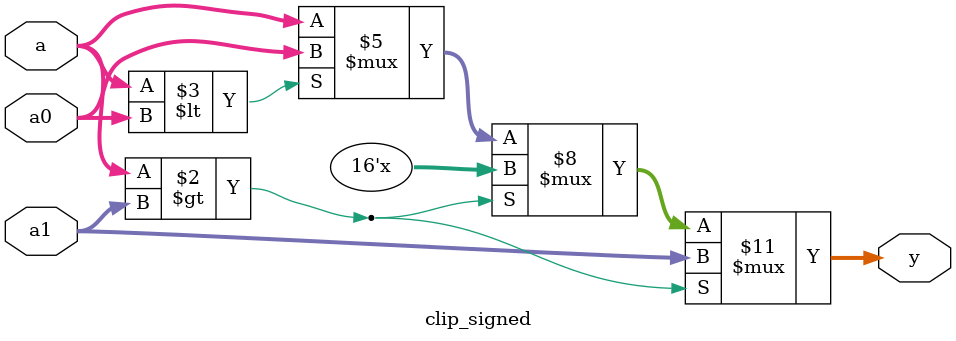
<source format=v>
module clip_signed #(parameter P_WIDTH=16)
   (
    input signed [P_WIDTH-1:0] 	    a,
    input signed [P_WIDTH-1:0] 	    a0,
    input signed [P_WIDTH-1:0] 	    a1,
    output reg signed [P_WIDTH-1:0] y
    );
   
   always @(*)
     begin
	if(a > a1)
	  y = a1;
	else if(a < a0)
	  y = a0;
	else
	  y = a; 
     end
   
endmodule
  

</source>
